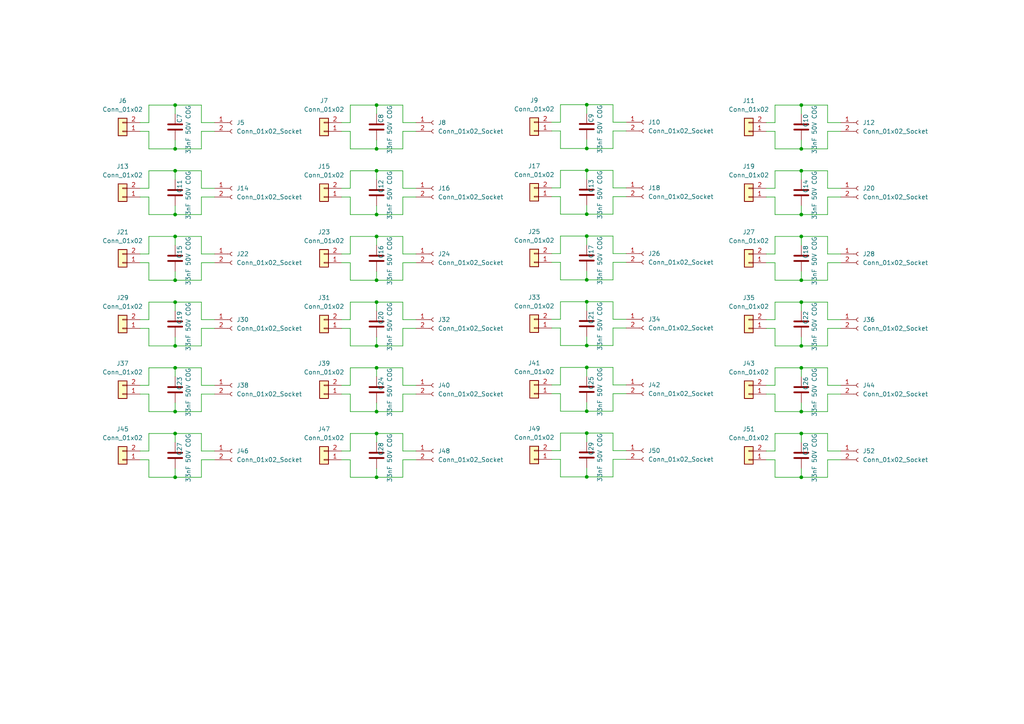
<source format=kicad_sch>
(kicad_sch (version 20250114) (generator "eeschema") (generator_version "9.0")
  (paper "A4")
  (lib_symbols
    (symbol "Connector:Conn_01x02_Socket" (pin_names (offset 1.016) (hide yes))
      (property "Reference" "J" (at 0 2.54 0))
      (property "Value" "Conn_01x02_Socket" (at 0 -5.08 0))
      (symbol "Conn_01x02_Socket_1_1"
        (polyline (pts (xy -1.27 0) (xy -0.508 0)) (stroke (width 0.1524)))
        (polyline (pts (xy -1.27 -2.54) (xy -0.508 -2.54)) (stroke (width 0.1524)))
        (arc (start 0 -0.508) (mid -0.5058 0) (end 0 0.508) (stroke (width 0.1524)))
        (arc (start 0 -3.048) (mid -0.5058 -2.54) (end 0 -2.032) (stroke (width 0.1524)))
        (pin passive line (at -5.08 0 0) (length 3.81) (name "Pin_1") (number "1"))
        (pin passive line (at -5.08 -2.54 0) (length 3.81) (name "Pin_2") (number "2"))
      )
    )
    (symbol "Connector_Generic:Conn_01x02" (pin_names (offset 1.016) (hide yes))
      (property "Reference" "J" (at 0 2.54 0))
      (property "Value" "Conn_01x02" (at 0 -5.08 0))
      (symbol "Conn_01x02_1_1"
        (rectangle (start -1.27 1.27) (end 1.27 -3.81) (stroke (width 0.254)) (fill (type background)))
        (rectangle (start -1.27 0.127) (end 0 -0.127) (stroke (width 0.1524)))
        (rectangle (start -1.27 -2.413) (end 0 -2.667) (stroke (width 0.1524)))
        (pin passive line (at -5.08 0 0) (length 3.81) (name "Pin_1") (number "1"))
        (pin passive line (at -5.08 -2.54 0) (length 3.81) (name "Pin_2") (number "2"))
      )
    )
    (symbol "Device:C" (pin_numbers (hide yes)) (pin_names (offset 0.254))
      (property "Reference" "C" (at 0.635 2.54 0))
      (property "Value" "C" (at 0.635 -2.54 0))
      (symbol "C_0_1"
        (polyline (pts (xy -2.032 0.762) (xy 2.032 0.762)) (stroke (width 0.508)))
        (polyline (pts (xy -2.032 -0.762) (xy 2.032 -0.762)) (stroke (width 0.508)))
      )
      (symbol "C_1_1"
        (pin passive line (at 0 3.81 270) (length 2.794) (name "~") (number "1"))
        (pin passive line (at 0 -3.81 90) (length 2.794) (name "~") (number "2"))
      )
    )
  )
  (junction (at 232.41 119.38))
  (junction (at 170.18 43.0699))
  (junction (at 109.22 100.33))
  (junction (at 109.22 125.73))
  (junction (at 109.22 81.28))
  (junction (at 50.8 81.28))
  (junction (at 232.41 100.33))
  (junction (at 50.8 119.38))
  (junction (at 50.8 87.63))
  (junction (at 170.18 68.4699))
  (junction (at 232.41 68.58))
  (junction (at 232.41 106.68))
  (junction (at 109.22 106.68))
  (junction (at 232.41 49.53))
  (junction (at 109.22 49.53))
  (junction (at 232.41 138.43))
  (junction (at 170.18 138.3199))
  (junction (at 109.22 62.23))
  (junction (at 170.18 30.3699))
  (junction (at 170.18 106.5699))
  (junction (at 109.22 43.18))
  (junction (at 232.41 62.23))
  (junction (at 232.41 43.18))
  (junction (at 109.22 87.63))
  (junction (at 232.41 81.28))
  (junction (at 232.41 30.48))
  (junction (at 50.8 49.53))
  (junction (at 50.8 43.18))
  (junction (at 170.18 81.1699))
  (junction (at 170.18 87.5199))
  (junction (at 170.18 100.2199))
  (junction (at 50.8 68.58))
  (junction (at 109.22 30.48))
  (junction (at 109.22 138.43))
  (junction (at 50.8 30.48))
  (junction (at 50.8 125.73))
  (junction (at 170.18 62.1199))
  (junction (at 109.22 119.38))
  (junction (at 170.18 119.2699))
  (junction (at 109.22 68.58))
  (junction (at 232.41 125.73))
  (junction (at 170.18 125.6199))
  (junction (at 170.18 49.4199))
  (junction (at 50.8 62.23))
  (junction (at 232.41 87.63))
  (junction (at 50.8 100.33))
  (junction (at 50.8 106.68))
  (junction (at 50.8 138.43))
  (wire (pts (xy 224.79 57.15) (xy 224.79 62.23)))
  (wire (pts (xy 43.18 125.73) (xy 50.8 125.73)))
  (wire (pts (xy 50.8 106.68) (xy 50.8 109.22)))
  (wire (pts (xy 40.64 35.56) (xy 43.18 35.56)))
  (wire (pts (xy 243.84 54.61) (xy 240.03 54.61)))
  (wire (pts (xy 62.23 73.66) (xy 58.42 73.66)))
  (wire (pts (xy 162.56 43.0699) (xy 170.18 43.0699)))
  (wire (pts (xy 101.6 100.33) (xy 109.22 100.33)))
  (wire (pts (xy 162.56 68.4699) (xy 170.18 68.4699)))
  (wire (pts (xy 224.79 76.2) (xy 224.79 81.28)))
  (wire (pts (xy 224.79 125.73) (xy 232.41 125.73)))
  (wire (pts (xy 177.8 111.6499) (xy 177.8 106.5699)))
  (wire (pts (xy 170.18 97.6799) (xy 170.18 100.2199)))
  (wire (pts (xy 232.41 97.79) (xy 232.41 100.33)))
  (wire (pts (xy 232.41 49.53) (xy 232.41 52.07)))
  (wire (pts (xy 222.25 92.71) (xy 224.79 92.71)))
  (wire (pts (xy 109.22 81.28) (xy 116.84 81.28)))
  (wire (pts (xy 99.06 130.81) (xy 101.6 130.81)))
  (wire (pts (xy 109.22 43.18) (xy 116.84 43.18)))
  (wire (pts (xy 50.8 78.74) (xy 50.8 81.28)))
  (wire (pts (xy 162.56 100.2199) (xy 170.18 100.2199)))
  (wire (pts (xy 109.22 30.48) (xy 109.22 33.02)))
  (wire (pts (xy 101.6 62.23) (xy 109.22 62.23)))
  (wire (pts (xy 243.84 130.81) (xy 240.03 130.81)))
  (wire (pts (xy 162.56 133.2399) (xy 162.56 138.3199)))
  (wire (pts (xy 162.56 106.5699) (xy 170.18 106.5699)))
  (wire (pts (xy 50.8 81.28) (xy 58.42 81.28)))
  (wire (pts (xy 109.22 135.89) (xy 109.22 138.43)))
  (wire (pts (xy 99.06 35.56) (xy 101.6 35.56)))
  (wire (pts (xy 160.02 76.0899) (xy 162.56 76.0899)))
  (wire (pts (xy 101.6 92.71) (xy 101.6 87.63)))
  (wire (pts (xy 43.18 49.53) (xy 50.8 49.53)))
  (wire (pts (xy 99.06 92.71) (xy 101.6 92.71)))
  (wire (pts (xy 162.56 125.6199) (xy 170.18 125.6199)))
  (wire (pts (xy 232.41 30.48) (xy 240.03 30.48)))
  (wire (pts (xy 58.42 43.18) (xy 58.42 38.1)))
  (wire (pts (xy 160.02 37.9899) (xy 162.56 37.9899)))
  (wire (pts (xy 177.8 130.6999) (xy 177.8 125.6199)))
  (wire (pts (xy 109.22 106.68) (xy 116.84 106.68)))
  (wire (pts (xy 101.6 68.58) (xy 109.22 68.58)))
  (wire (pts (xy 170.18 68.4699) (xy 170.18 71.0099)))
  (wire (pts (xy 109.22 62.23) (xy 116.84 62.23)))
  (wire (pts (xy 109.22 40.64) (xy 109.22 43.18)))
  (wire (pts (xy 232.41 40.64) (xy 232.41 43.18)))
  (wire (pts (xy 170.18 59.5799) (xy 170.18 62.1199)))
  (wire (pts (xy 58.42 35.56) (xy 58.42 30.48)))
  (wire (pts (xy 162.56 73.5499) (xy 162.56 68.4699)))
  (wire (pts (xy 50.8 87.63) (xy 58.42 87.63)))
  (wire (pts (xy 58.42 114.3) (xy 62.23 114.3)))
  (wire (pts (xy 222.25 133.35) (xy 224.79 133.35)))
  (wire (pts (xy 116.84 43.18) (xy 116.84 38.1)))
  (wire (pts (xy 170.18 125.6199) (xy 177.8 125.6199)))
  (wire (pts (xy 162.56 111.6499) (xy 162.56 106.5699)))
  (wire (pts (xy 101.6 81.28) (xy 109.22 81.28)))
  (wire (pts (xy 58.42 92.71) (xy 58.42 87.63)))
  (wire (pts (xy 170.18 135.7799) (xy 170.18 138.3199)))
  (wire (pts (xy 170.18 30.3699) (xy 170.18 32.9099)))
  (wire (pts (xy 224.79 49.53) (xy 232.41 49.53)))
  (wire (pts (xy 224.79 30.48) (xy 232.41 30.48)))
  (wire (pts (xy 58.42 76.2) (xy 62.23 76.2)))
  (wire (pts (xy 240.03 73.66) (xy 240.03 68.58)))
  (wire (pts (xy 222.25 95.25) (xy 224.79 95.25)))
  (wire (pts (xy 116.84 100.33) (xy 116.84 95.25)))
  (wire (pts (xy 162.56 76.0899) (xy 162.56 81.1699)))
  (wire (pts (xy 99.06 111.76) (xy 101.6 111.76)))
  (wire (pts (xy 50.8 59.69) (xy 50.8 62.23)))
  (wire (pts (xy 160.02 95.1399) (xy 162.56 95.1399)))
  (wire (pts (xy 116.84 114.3) (xy 120.65 114.3)))
  (wire (pts (xy 40.64 54.61) (xy 43.18 54.61)))
  (wire (pts (xy 232.41 119.38) (xy 240.03 119.38)))
  (wire (pts (xy 109.22 78.74) (xy 109.22 81.28)))
  (wire (pts (xy 43.18 43.18) (xy 50.8 43.18)))
  (wire (pts (xy 240.03 76.2) (xy 243.84 76.2)))
  (wire (pts (xy 101.6 38.1) (xy 101.6 43.18)))
  (wire (pts (xy 162.56 35.4499) (xy 162.56 30.3699)))
  (wire (pts (xy 232.41 68.58) (xy 240.03 68.58)))
  (wire (pts (xy 170.18 81.1699) (xy 177.8 81.1699)))
  (wire (pts (xy 50.8 119.38) (xy 58.42 119.38)))
  (wire (pts (xy 177.8 133.2399) (xy 181.61 133.2399)))
  (wire (pts (xy 177.8 81.1699) (xy 177.8 76.0899)))
  (wire (pts (xy 50.8 68.58) (xy 58.42 68.58)))
  (wire (pts (xy 170.18 87.5199) (xy 177.8 87.5199)))
  (wire (pts (xy 50.8 40.64) (xy 50.8 43.18)))
  (wire (pts (xy 109.22 59.69) (xy 109.22 62.23)))
  (wire (pts (xy 58.42 138.43) (xy 58.42 133.35)))
  (wire (pts (xy 177.8 119.2699) (xy 177.8 114.1899)))
  (wire (pts (xy 162.56 114.1899) (xy 162.56 119.2699)))
  (wire (pts (xy 43.18 57.15) (xy 43.18 62.23)))
  (wire (pts (xy 162.56 37.9899) (xy 162.56 43.0699)))
  (wire (pts (xy 224.79 130.81) (xy 224.79 125.73)))
  (wire (pts (xy 101.6 130.81) (xy 101.6 125.73)))
  (wire (pts (xy 50.8 125.73) (xy 50.8 128.27)))
  (wire (pts (xy 58.42 38.1) (xy 62.23 38.1)))
  (wire (pts (xy 177.8 54.4999) (xy 177.8 49.4199)))
  (wire (pts (xy 101.6 111.76) (xy 101.6 106.68)))
  (wire (pts (xy 240.03 95.25) (xy 243.84 95.25)))
  (wire (pts (xy 43.18 133.35) (xy 43.18 138.43)))
  (wire (pts (xy 243.84 111.76) (xy 240.03 111.76)))
  (wire (pts (xy 170.18 62.1199) (xy 177.8 62.1199)))
  (wire (pts (xy 40.64 92.71) (xy 43.18 92.71)))
  (wire (pts (xy 232.41 116.84) (xy 232.41 119.38)))
  (wire (pts (xy 101.6 30.48) (xy 109.22 30.48)))
  (wire (pts (xy 170.18 116.7299) (xy 170.18 119.2699)))
  (wire (pts (xy 99.06 54.61) (xy 101.6 54.61)))
  (wire (pts (xy 170.18 43.0699) (xy 177.8 43.0699)))
  (wire (pts (xy 170.18 125.6199) (xy 170.18 128.1599)))
  (wire (pts (xy 224.79 35.56) (xy 224.79 30.48)))
  (wire (pts (xy 116.84 81.28) (xy 116.84 76.2)))
  (wire (pts (xy 224.79 38.1) (xy 224.79 43.18)))
  (wire (pts (xy 160.02 73.5499) (xy 162.56 73.5499)))
  (wire (pts (xy 232.41 49.53) (xy 240.03 49.53)))
  (wire (pts (xy 101.6 54.61) (xy 101.6 49.53)))
  (wire (pts (xy 43.18 100.33) (xy 50.8 100.33)))
  (wire (pts (xy 116.84 92.71) (xy 116.84 87.63)))
  (wire (pts (xy 58.42 54.61) (xy 58.42 49.53)))
  (wire (pts (xy 109.22 49.53) (xy 116.84 49.53)))
  (wire (pts (xy 240.03 35.56) (xy 240.03 30.48)))
  (wire (pts (xy 50.8 30.48) (xy 50.8 33.02)))
  (wire (pts (xy 170.18 49.4199) (xy 177.8 49.4199)))
  (wire (pts (xy 240.03 119.38) (xy 240.03 114.3)))
  (wire (pts (xy 170.18 100.2199) (xy 177.8 100.2199)))
  (wire (pts (xy 181.61 111.6499) (xy 177.8 111.6499)))
  (wire (pts (xy 40.64 57.15) (xy 43.18 57.15)))
  (wire (pts (xy 177.8 43.0699) (xy 177.8 37.9899)))
  (wire (pts (xy 181.61 130.6999) (xy 177.8 130.6999)))
  (wire (pts (xy 224.79 111.76) (xy 224.79 106.68)))
  (wire (pts (xy 170.18 138.3199) (xy 177.8 138.3199)))
  (wire (pts (xy 170.18 106.5699) (xy 170.18 109.1099)))
  (wire (pts (xy 116.84 35.56) (xy 116.84 30.48)))
  (wire (pts (xy 43.18 38.1) (xy 43.18 43.18)))
  (wire (pts (xy 177.8 138.3199) (xy 177.8 133.2399)))
  (wire (pts (xy 162.56 81.1699) (xy 170.18 81.1699)))
  (wire (pts (xy 116.84 54.61) (xy 116.84 49.53)))
  (wire (pts (xy 120.65 73.66) (xy 116.84 73.66)))
  (wire (pts (xy 50.8 30.48) (xy 58.42 30.48)))
  (wire (pts (xy 40.64 114.3) (xy 43.18 114.3)))
  (wire (pts (xy 116.84 119.38) (xy 116.84 114.3)))
  (wire (pts (xy 181.61 35.4499) (xy 177.8 35.4499)))
  (wire (pts (xy 224.79 114.3) (xy 224.79 119.38)))
  (wire (pts (xy 58.42 57.15) (xy 62.23 57.15)))
  (wire (pts (xy 62.23 35.56) (xy 58.42 35.56)))
  (wire (pts (xy 162.56 92.5999) (xy 162.56 87.5199)))
  (wire (pts (xy 120.65 35.56) (xy 116.84 35.56)))
  (wire (pts (xy 109.22 119.38) (xy 116.84 119.38)))
  (wire (pts (xy 160.02 92.5999) (xy 162.56 92.5999)))
  (wire (pts (xy 101.6 95.25) (xy 101.6 100.33)))
  (wire (pts (xy 240.03 57.15) (xy 243.84 57.15)))
  (wire (pts (xy 40.64 130.81) (xy 43.18 130.81)))
  (wire (pts (xy 243.84 73.66) (xy 240.03 73.66)))
  (wire (pts (xy 232.41 138.43) (xy 240.03 138.43)))
  (wire (pts (xy 109.22 125.73) (xy 116.84 125.73)))
  (wire (pts (xy 43.18 92.71) (xy 43.18 87.63)))
  (wire (pts (xy 116.84 138.43) (xy 116.84 133.35)))
  (wire (pts (xy 177.8 35.4499) (xy 177.8 30.3699)))
  (wire (pts (xy 101.6 119.38) (xy 109.22 119.38)))
  (wire (pts (xy 160.02 57.0399) (xy 162.56 57.0399)))
  (wire (pts (xy 232.41 100.33) (xy 240.03 100.33)))
  (wire (pts (xy 58.42 100.33) (xy 58.42 95.25)))
  (wire (pts (xy 162.56 62.1199) (xy 170.18 62.1199)))
  (wire (pts (xy 177.8 76.0899) (xy 181.61 76.0899)))
  (wire (pts (xy 243.84 35.56) (xy 240.03 35.56)))
  (wire (pts (xy 101.6 57.15) (xy 101.6 62.23)))
  (wire (pts (xy 109.22 87.63) (xy 116.84 87.63)))
  (wire (pts (xy 50.8 116.84) (xy 50.8 119.38)))
  (wire (pts (xy 120.65 111.76) (xy 116.84 111.76)))
  (wire (pts (xy 101.6 35.56) (xy 101.6 30.48)))
  (wire (pts (xy 99.06 76.2) (xy 101.6 76.2)))
  (wire (pts (xy 43.18 138.43) (xy 50.8 138.43)))
  (wire (pts (xy 101.6 138.43) (xy 109.22 138.43)))
  (wire (pts (xy 232.41 78.74) (xy 232.41 81.28)))
  (wire (pts (xy 58.42 130.81) (xy 58.42 125.73)))
  (wire (pts (xy 224.79 81.28) (xy 232.41 81.28)))
  (wire (pts (xy 243.84 92.71) (xy 240.03 92.71)))
  (wire (pts (xy 160.02 114.1899) (xy 162.56 114.1899)))
  (wire (pts (xy 109.22 68.58) (xy 109.22 71.12)))
  (wire (pts (xy 177.8 95.1399) (xy 181.61 95.1399)))
  (wire (pts (xy 240.03 43.18) (xy 240.03 38.1)))
  (wire (pts (xy 43.18 130.81) (xy 43.18 125.73)))
  (wire (pts (xy 40.64 38.1) (xy 43.18 38.1)))
  (wire (pts (xy 50.8 125.73) (xy 58.42 125.73)))
  (wire (pts (xy 58.42 95.25) (xy 62.23 95.25)))
  (wire (pts (xy 50.8 49.53) (xy 50.8 52.07)))
  (wire (pts (xy 116.84 95.25) (xy 120.65 95.25)))
  (wire (pts (xy 50.8 106.68) (xy 58.42 106.68)))
  (wire (pts (xy 224.79 87.63) (xy 232.41 87.63)))
  (wire (pts (xy 232.41 87.63) (xy 232.41 90.17)))
  (wire (pts (xy 224.79 54.61) (xy 224.79 49.53)))
  (wire (pts (xy 50.8 97.79) (xy 50.8 100.33)))
  (wire (pts (xy 170.18 30.3699) (xy 177.8 30.3699)))
  (wire (pts (xy 116.84 38.1) (xy 120.65 38.1)))
  (wire (pts (xy 232.41 59.69) (xy 232.41 62.23)))
  (wire (pts (xy 162.56 49.4199) (xy 170.18 49.4199)))
  (wire (pts (xy 222.25 54.61) (xy 224.79 54.61)))
  (wire (pts (xy 58.42 111.76) (xy 58.42 106.68)))
  (wire (pts (xy 50.8 43.18) (xy 58.42 43.18)))
  (wire (pts (xy 162.56 138.3199) (xy 170.18 138.3199)))
  (wire (pts (xy 224.79 106.68) (xy 232.41 106.68)))
  (wire (pts (xy 50.8 87.63) (xy 50.8 90.17)))
  (wire (pts (xy 109.22 68.58) (xy 116.84 68.58)))
  (wire (pts (xy 99.06 114.3) (xy 101.6 114.3)))
  (wire (pts (xy 109.22 116.84) (xy 109.22 119.38)))
  (wire (pts (xy 99.06 73.66) (xy 101.6 73.66)))
  (wire (pts (xy 224.79 133.35) (xy 224.79 138.43)))
  (wire (pts (xy 240.03 62.23) (xy 240.03 57.15)))
  (wire (pts (xy 224.79 95.25) (xy 224.79 100.33)))
  (wire (pts (xy 177.8 57.0399) (xy 181.61 57.0399)))
  (wire (pts (xy 99.06 95.25) (xy 101.6 95.25)))
  (wire (pts (xy 40.64 133.35) (xy 43.18 133.35)))
  (wire (pts (xy 240.03 133.35) (xy 243.84 133.35)))
  (wire (pts (xy 240.03 92.71) (xy 240.03 87.63)))
  (wire (pts (xy 160.02 35.4499) (xy 162.56 35.4499)))
  (wire (pts (xy 50.8 49.53) (xy 58.42 49.53)))
  (wire (pts (xy 40.64 76.2) (xy 43.18 76.2)))
  (wire (pts (xy 160.02 133.2399) (xy 162.56 133.2399)))
  (wire (pts (xy 222.25 35.56) (xy 224.79 35.56)))
  (wire (pts (xy 43.18 30.48) (xy 50.8 30.48)))
  (wire (pts (xy 232.41 81.28) (xy 240.03 81.28)))
  (wire (pts (xy 50.8 62.23) (xy 58.42 62.23)))
  (wire (pts (xy 240.03 81.28) (xy 240.03 76.2)))
  (wire (pts (xy 170.18 78.6299) (xy 170.18 81.1699)))
  (wire (pts (xy 101.6 49.53) (xy 109.22 49.53)))
  (wire (pts (xy 224.79 92.71) (xy 224.79 87.63)))
  (wire (pts (xy 116.84 111.76) (xy 116.84 106.68)))
  (wire (pts (xy 162.56 87.5199) (xy 170.18 87.5199)))
  (wire (pts (xy 224.79 62.23) (xy 232.41 62.23)))
  (wire (pts (xy 101.6 114.3) (xy 101.6 119.38)))
  (wire (pts (xy 162.56 119.2699) (xy 170.18 119.2699)))
  (wire (pts (xy 101.6 76.2) (xy 101.6 81.28)))
  (wire (pts (xy 232.41 62.23) (xy 240.03 62.23)))
  (wire (pts (xy 222.25 73.66) (xy 224.79 73.66)))
  (wire (pts (xy 109.22 30.48) (xy 116.84 30.48)))
  (wire (pts (xy 43.18 68.58) (xy 50.8 68.58)))
  (wire (pts (xy 62.23 130.81) (xy 58.42 130.81)))
  (wire (pts (xy 162.56 57.0399) (xy 162.56 62.1199)))
  (wire (pts (xy 222.25 57.15) (xy 224.79 57.15)))
  (wire (pts (xy 62.23 111.76) (xy 58.42 111.76)))
  (wire (pts (xy 99.06 38.1) (xy 101.6 38.1)))
  (wire (pts (xy 109.22 106.68) (xy 109.22 109.22)))
  (wire (pts (xy 120.65 130.81) (xy 116.84 130.81)))
  (wire (pts (xy 232.41 106.68) (xy 240.03 106.68)))
  (wire (pts (xy 58.42 73.66) (xy 58.42 68.58)))
  (wire (pts (xy 101.6 73.66) (xy 101.6 68.58)))
  (wire (pts (xy 101.6 125.73) (xy 109.22 125.73)))
  (wire (pts (xy 224.79 43.18) (xy 232.41 43.18)))
  (wire (pts (xy 58.42 133.35) (xy 62.23 133.35)))
  (wire (pts (xy 120.65 92.71) (xy 116.84 92.71)))
  (wire (pts (xy 240.03 38.1) (xy 243.84 38.1)))
  (wire (pts (xy 50.8 100.33) (xy 58.42 100.33)))
  (wire (pts (xy 170.18 49.4199) (xy 170.18 51.9599)))
  (wire (pts (xy 43.18 87.63) (xy 50.8 87.63)))
  (wire (pts (xy 170.18 106.5699) (xy 177.8 106.5699)))
  (wire (pts (xy 40.64 95.25) (xy 43.18 95.25)))
  (wire (pts (xy 116.84 57.15) (xy 120.65 57.15)))
  (wire (pts (xy 240.03 54.61) (xy 240.03 49.53)))
  (wire (pts (xy 116.84 133.35) (xy 120.65 133.35)))
  (wire (pts (xy 43.18 111.76) (xy 43.18 106.68)))
  (wire (pts (xy 116.84 62.23) (xy 116.84 57.15)))
  (wire (pts (xy 116.84 130.81) (xy 116.84 125.73)))
  (wire (pts (xy 116.84 73.66) (xy 116.84 68.58)))
  (wire (pts (xy 177.8 100.2199) (xy 177.8 95.1399)))
  (wire (pts (xy 62.23 92.71) (xy 58.42 92.71)))
  (wire (pts (xy 43.18 95.25) (xy 43.18 100.33)))
  (wire (pts (xy 181.61 73.5499) (xy 177.8 73.5499)))
  (wire (pts (xy 99.06 57.15) (xy 101.6 57.15)))
  (wire (pts (xy 109.22 97.79) (xy 109.22 100.33)))
  (wire (pts (xy 222.25 76.2) (xy 224.79 76.2)))
  (wire (pts (xy 109.22 138.43) (xy 116.84 138.43)))
  (wire (pts (xy 160.02 111.6499) (xy 162.56 111.6499)))
  (wire (pts (xy 58.42 119.38) (xy 58.42 114.3)))
  (wire (pts (xy 160.02 130.6999) (xy 162.56 130.6999)))
  (wire (pts (xy 58.42 81.28) (xy 58.42 76.2)))
  (wire (pts (xy 109.22 125.73) (xy 109.22 128.27)))
  (wire (pts (xy 177.8 73.5499) (xy 177.8 68.4699)))
  (wire (pts (xy 224.79 68.58) (xy 232.41 68.58)))
  (wire (pts (xy 232.41 43.18) (xy 240.03 43.18)))
  (wire (pts (xy 43.18 106.68) (xy 50.8 106.68)))
  (wire (pts (xy 50.8 138.43) (xy 58.42 138.43)))
  (wire (pts (xy 160.02 54.4999) (xy 162.56 54.4999)))
  (wire (pts (xy 43.18 62.23) (xy 50.8 62.23)))
  (wire (pts (xy 62.23 54.61) (xy 58.42 54.61)))
  (wire (pts (xy 222.25 130.81) (xy 224.79 130.81)))
  (wire (pts (xy 181.61 54.4999) (xy 177.8 54.4999)))
  (wire (pts (xy 43.18 73.66) (xy 43.18 68.58)))
  (wire (pts (xy 170.18 40.5299) (xy 170.18 43.0699)))
  (wire (pts (xy 232.41 106.68) (xy 232.41 109.22)))
  (wire (pts (xy 162.56 130.6999) (xy 162.56 125.6199)))
  (wire (pts (xy 162.56 30.3699) (xy 170.18 30.3699)))
  (wire (pts (xy 40.64 73.66) (xy 43.18 73.66)))
  (wire (pts (xy 109.22 100.33) (xy 116.84 100.33)))
  (wire (pts (xy 43.18 54.61) (xy 43.18 49.53)))
  (wire (pts (xy 240.03 130.81) (xy 240.03 125.73)))
  (wire (pts (xy 224.79 100.33) (xy 232.41 100.33)))
  (wire (pts (xy 170.18 119.2699) (xy 177.8 119.2699)))
  (wire (pts (xy 120.65 54.61) (xy 116.84 54.61)))
  (wire (pts (xy 240.03 100.33) (xy 240.03 95.25)))
  (wire (pts (xy 58.42 62.23) (xy 58.42 57.15)))
  (wire (pts (xy 99.06 133.35) (xy 101.6 133.35)))
  (wire (pts (xy 43.18 76.2) (xy 43.18 81.28)))
  (wire (pts (xy 162.56 95.1399) (xy 162.56 100.2199)))
  (wire (pts (xy 40.64 111.76) (xy 43.18 111.76)))
  (wire (pts (xy 43.18 114.3) (xy 43.18 119.38)))
  (wire (pts (xy 224.79 119.38) (xy 232.41 119.38)))
  (wire (pts (xy 101.6 133.35) (xy 101.6 138.43)))
  (wire (pts (xy 162.56 54.4999) (xy 162.56 49.4199)))
  (wire (pts (xy 240.03 138.43) (xy 240.03 133.35)))
  (wire (pts (xy 177.8 114.1899) (xy 181.61 114.1899)))
  (wire (pts (xy 101.6 43.18) (xy 109.22 43.18)))
  (wire (pts (xy 43.18 35.56) (xy 43.18 30.48)))
  (wire (pts (xy 177.8 37.9899) (xy 181.61 37.9899)))
  (wire (pts (xy 43.18 119.38) (xy 50.8 119.38)))
  (wire (pts (xy 109.22 49.53) (xy 109.22 52.07)))
  (wire (pts (xy 101.6 87.63) (xy 109.22 87.63)))
  (wire (pts (xy 232.41 125.73) (xy 232.41 128.27)))
  (wire (pts (xy 222.25 111.76) (xy 224.79 111.76)))
  (wire (pts (xy 222.25 114.3) (xy 224.79 114.3)))
  (wire (pts (xy 232.41 30.48) (xy 232.41 33.02)))
  (wire (pts (xy 224.79 138.43) (xy 232.41 138.43)))
  (wire (pts (xy 116.84 76.2) (xy 120.65 76.2)))
  (wire (pts (xy 109.22 87.63) (xy 109.22 90.17)))
  (wire (pts (xy 232.41 68.58) (xy 232.41 71.12)))
  (wire (pts (xy 181.61 92.5999) (xy 177.8 92.5999)))
  (wire (pts (xy 50.8 68.58) (xy 50.8 71.12)))
  (wire (pts (xy 232.41 125.73) (xy 240.03 125.73)))
  (wire (pts (xy 43.18 81.28) (xy 50.8 81.28)))
  (wire (pts (xy 170.18 68.4699) (xy 177.8 68.4699)))
  (wire (pts (xy 101.6 106.68) (xy 109.22 106.68)))
  (wire (pts (xy 224.79 73.66) (xy 224.79 68.58)))
  (wire (pts (xy 177.8 62.1199) (xy 177.8 57.0399)))
  (wire (pts (xy 240.03 111.76) (xy 240.03 106.68)))
  (wire (pts (xy 240.03 114.3) (xy 243.84 114.3)))
  (wire (pts (xy 232.41 87.63) (xy 240.03 87.63)))
  (wire (pts (xy 177.8 92.5999) (xy 177.8 87.5199)))
  (wire (pts (xy 222.25 38.1) (xy 224.79 38.1)))
  (wire (pts (xy 50.8 135.89) (xy 50.8 138.43)))
  (wire (pts (xy 170.18 87.5199) (xy 170.18 90.0599)))
  (wire (pts (xy 232.41 135.89) (xy 232.41 138.43)))
  (symbol (lib_id "Connector:Conn_01x02_Socket") (at 125.73 73.66 0) (unit 1)
    (property "Reference" "J24" (at 127 73.6599 0) (effects (justify left)))
    (property "Value" "Conn_01x02_Socket" (at 127 76.1999 0) (effects (justify left)))
    (property "Footprint" "Connector_PinHeader_1.00mm:PinHeader_2x01_P1.00mm_Vertical" (effects (hide yes)))
    (property "Description" "Generic connector, single row, 01x02, script generated" (effects (hide yes)))
  )
  (symbol (lib_id "Connector:Conn_01x02_Socket") (at 186.69 35.4499 0) (unit 1)
    (property "Reference" "J10" (at 187.96 35.4498 0) (effects (justify left)))
    (property "Value" "Conn_01x02_Socket" (at 187.96 37.9898 0) (effects (justify left)))
    (property "Footprint" "Connector_PinHeader_1.00mm:PinHeader_2x01_P1.00mm_Vertical" (effects (hide yes)))
    (property "Description" "Generic connector, single row, 01x02, script generated" (effects (hide yes)))
  )
  (symbol (lib_id "Connector:Conn_01x02_Socket") (at 186.69 92.5999 0) (unit 1)
    (property "Reference" "J34" (at 187.96 92.5998 0) (effects (justify left)))
    (property "Value" "Conn_01x02_Socket" (at 187.96 95.1398 0) (effects (justify left)))
    (property "Footprint" "Connector_PinHeader_1.00mm:PinHeader_2x01_P1.00mm_Vertical" (effects (hide yes)))
    (property "Description" "Generic connector, single row, 01x02, script generated" (effects (hide yes)))
  )
  (symbol (lib_id "Connector_Generic:Conn_01x02") (at 217.17 114.3 180) (unit 1)
    (property "Reference" "J43" (at 217.17 105.41 0))
    (property "Value" "Conn_01x02" (at 217.17 107.95 0))
    (property "Footprint" "Pixels-dice:Coil_Pins" (effects (hide yes)))
    (property "Description" "Generic connector, single row, 01x02, script generated (kicad-library-utils/schlib/autogen/connector/)" (effects (hide yes)))
  )
  (symbol (lib_id "Connector:Conn_01x02_Socket") (at 67.31 111.76 0) (unit 1)
    (property "Reference" "J38" (at 68.58 111.7599 0) (effects (justify left)))
    (property "Value" "Conn_01x02_Socket" (at 68.58 114.2999 0) (effects (justify left)))
    (property "Footprint" "Connector_PinHeader_1.00mm:PinHeader_2x01_P1.00mm_Vertical" (effects (hide yes)))
    (property "Description" "Generic connector, single row, 01x02, script generated" (effects (hide yes)))
  )
  (symbol (lib_id "Device:C") (at 109.22 36.83 0) (mirror x) (unit 1)
    (property "Reference" "C8" (at 110.49 33.02 90) (effects (justify left)))
    (property "Value" "33nF 50V COG" (at 113.03 30.48 90) (effects (justify left)))
    (property "Footprint" "Capacitor_SMD:C_1206_3216Metric" (effects (hide yes)))
    (property "Part Number" "GRM3195C1H333JA01J" (effects (hide yes)))
    (property "Manufacturer" "Murata" (effects (hide yes)))
  )
  (symbol (lib_id "Device:C") (at 170.18 55.7699 0) (mirror x) (unit 1)
    (property "Reference" "C13" (at 171.45 51.9599 90) (effects (justify left)))
    (property "Value" "33nF 50V COG" (at 173.99 49.4199 90) (effects (justify left)))
    (property "Footprint" "Capacitor_SMD:C_1206_3216Metric" (effects (hide yes)))
    (property "Part Number" "GRM3195C1H333JA01J" (effects (hide yes)))
    (property "Manufacturer" "Murata" (effects (hide yes)))
  )
  (symbol (lib_id "Connector_Generic:Conn_01x02") (at 35.56 95.25 180) (unit 1)
    (property "Reference" "J29" (at 35.56 86.36 0))
    (property "Value" "Conn_01x02" (at 35.56 88.9 0))
    (property "Footprint" "Pixels-dice:Coil_Pins" (effects (hide yes)))
    (property "Description" "Generic connector, single row, 01x02, script generated (kicad-library-utils/schlib/autogen/connector/)" (effects (hide yes)))
  )
  (symbol (lib_id "Connector:Conn_01x02_Socket") (at 67.31 35.56 0) (unit 1)
    (property "Reference" "J5" (at 68.58 35.5599 0) (effects (justify left)))
    (property "Value" "Conn_01x02_Socket" (at 68.58 38.0999 0) (effects (justify left)))
    (property "Footprint" "Connector_PinHeader_1.00mm:PinHeader_2x01_P1.00mm_Vertical" (effects (hide yes)))
    (property "Description" "Generic connector, single row, 01x02, script generated" (effects (hide yes)))
  )
  (symbol (lib_id "Device:C") (at 232.41 132.08 0) (mirror x) (unit 1)
    (property "Reference" "C30" (at 233.68 128.27 90) (effects (justify left)))
    (property "Value" "33nF 50V COG" (at 236.22 125.73 90) (effects (justify left)))
    (property "Footprint" "Capacitor_SMD:C_1206_3216Metric" (effects (hide yes)))
    (property "Part Number" "GRM3195C1H333JA01J" (effects (hide yes)))
    (property "Manufacturer" "Murata" (effects (hide yes)))
  )
  (symbol (lib_id "Connector:Conn_01x02_Socket") (at 186.69 54.4999 0) (unit 1)
    (property "Reference" "J18" (at 187.96 54.4998 0) (effects (justify left)))
    (property "Value" "Conn_01x02_Socket" (at 187.96 57.0398 0) (effects (justify left)))
    (property "Footprint" "Connector_PinHeader_1.00mm:PinHeader_2x01_P1.00mm_Vertical" (effects (hide yes)))
    (property "Description" "Generic connector, single row, 01x02, script generated" (effects (hide yes)))
  )
  (symbol (lib_id "Connector:Conn_01x02_Socket") (at 67.31 130.81 0) (unit 1)
    (property "Reference" "J46" (at 68.58 130.8099 0) (effects (justify left)))
    (property "Value" "Conn_01x02_Socket" (at 68.58 133.3499 0) (effects (justify left)))
    (property "Footprint" "Connector_PinHeader_1.00mm:PinHeader_2x01_P1.00mm_Vertical" (effects (hide yes)))
    (property "Description" "Generic connector, single row, 01x02, script generated" (effects (hide yes)))
  )
  (symbol (lib_id "Connector_Generic:Conn_01x02") (at 35.56 38.1 180) (unit 1)
    (property "Reference" "J6" (at 35.56 29.21 0))
    (property "Value" "Conn_01x02" (at 35.56 31.75 0))
    (property "Footprint" "Pixels-dice:Coil_Pins" (effects (hide yes)))
    (property "Description" "Generic connector, single row, 01x02, script generated (kicad-library-utils/schlib/autogen/connector/)" (effects (hide yes)))
  )
  (symbol (lib_id "Device:C") (at 170.18 74.8199 0) (mirror x) (unit 1)
    (property "Reference" "C17" (at 171.45 71.0099 90) (effects (justify left)))
    (property "Value" "33nF 50V COG" (at 173.99 68.4699 90) (effects (justify left)))
    (property "Footprint" "Capacitor_SMD:C_1206_3216Metric" (effects (hide yes)))
    (property "Part Number" "GRM3195C1H333JA01J" (effects (hide yes)))
    (property "Manufacturer" "Murata" (effects (hide yes)))
  )
  (symbol (lib_id "Connector_Generic:Conn_01x02") (at 217.17 95.25 180) (unit 1)
    (property "Reference" "J35" (at 217.17 86.36 0))
    (property "Value" "Conn_01x02" (at 217.17 88.9 0))
    (property "Footprint" "Pixels-dice:Coil_Pins" (effects (hide yes)))
    (property "Description" "Generic connector, single row, 01x02, script generated (kicad-library-utils/schlib/autogen/connector/)" (effects (hide yes)))
  )
  (symbol (lib_id "Connector_Generic:Conn_01x02") (at 93.98 38.1 180) (unit 1)
    (property "Reference" "J7" (at 93.98 29.21 0))
    (property "Value" "Conn_01x02" (at 93.98 31.75 0))
    (property "Footprint" "Pixels-dice:Coil_Pins" (effects (hide yes)))
    (property "Description" "Generic connector, single row, 01x02, script generated (kicad-library-utils/schlib/autogen/connector/)" (effects (hide yes)))
  )
  (symbol (lib_id "Connector:Conn_01x02_Socket") (at 125.73 54.61 0) (unit 1)
    (property "Reference" "J16" (at 127 54.6099 0) (effects (justify left)))
    (property "Value" "Conn_01x02_Socket" (at 127 57.1499 0) (effects (justify left)))
    (property "Footprint" "Connector_PinHeader_1.00mm:PinHeader_2x01_P1.00mm_Vertical" (effects (hide yes)))
    (property "Description" "Generic connector, single row, 01x02, script generated" (effects (hide yes)))
  )
  (symbol (lib_id "Connector:Conn_01x02_Socket") (at 67.31 92.71 0) (unit 1)
    (property "Reference" "J30" (at 68.58 92.7099 0) (effects (justify left)))
    (property "Value" "Conn_01x02_Socket" (at 68.58 95.2499 0) (effects (justify left)))
    (property "Footprint" "Connector_PinHeader_1.00mm:PinHeader_2x01_P1.00mm_Vertical" (effects (hide yes)))
    (property "Description" "Generic connector, single row, 01x02, script generated" (effects (hide yes)))
  )
  (symbol (lib_id "Connector_Generic:Conn_01x02") (at 154.94 57.0399 180) (unit 1)
    (property "Reference" "J17" (at 154.94 48.1499 0))
    (property "Value" "Conn_01x02" (at 154.94 50.6899 0))
    (property "Footprint" "Pixels-dice:Coil_Pins" (effects (hide yes)))
    (property "Description" "Generic connector, single row, 01x02, script generated (kicad-library-utils/schlib/autogen/connector/)" (effects (hide yes)))
  )
  (symbol (lib_id "Connector:Conn_01x02_Socket") (at 67.31 73.66 0) (unit 1)
    (property "Reference" "J22" (at 68.58 73.6599 0) (effects (justify left)))
    (property "Value" "Conn_01x02_Socket" (at 68.58 76.1999 0) (effects (justify left)))
    (property "Footprint" "Connector_PinHeader_1.00mm:PinHeader_2x01_P1.00mm_Vertical" (effects (hide yes)))
    (property "Description" "Generic connector, single row, 01x02, script generated" (effects (hide yes)))
  )
  (symbol (lib_id "Connector_Generic:Conn_01x02") (at 35.56 133.35 180) (unit 1)
    (property "Reference" "J45" (at 35.56 124.46 0))
    (property "Value" "Conn_01x02" (at 35.56 127 0))
    (property "Footprint" "Pixels-dice:Coil_Pins" (effects (hide yes)))
    (property "Description" "Generic connector, single row, 01x02, script generated (kicad-library-utils/schlib/autogen/connector/)" (effects (hide yes)))
  )
  (symbol (lib_id "Device:C") (at 109.22 74.93 0) (mirror x) (unit 1)
    (property "Reference" "C16" (at 110.49 71.12 90) (effects (justify left)))
    (property "Value" "33nF 50V COG" (at 113.03 68.58 90) (effects (justify left)))
    (property "Footprint" "Capacitor_SMD:C_1206_3216Metric" (effects (hide yes)))
    (property "Part Number" "GRM3195C1H333JA01J" (effects (hide yes)))
    (property "Manufacturer" "Murata" (effects (hide yes)))
  )
  (symbol (lib_id "Connector_Generic:Conn_01x02") (at 35.56 114.3 180) (unit 1)
    (property "Reference" "J37" (at 35.56 105.41 0))
    (property "Value" "Conn_01x02" (at 35.56 107.95 0))
    (property "Footprint" "Pixels-dice:Coil_Pins" (effects (hide yes)))
    (property "Description" "Generic connector, single row, 01x02, script generated (kicad-library-utils/schlib/autogen/connector/)" (effects (hide yes)))
  )
  (symbol (lib_id "Device:C") (at 170.18 93.8699 0) (mirror x) (unit 1)
    (property "Reference" "C21" (at 171.45 90.0599 90) (effects (justify left)))
    (property "Value" "33nF 50V COG" (at 173.99 87.5199 90) (effects (justify left)))
    (property "Footprint" "Capacitor_SMD:C_1206_3216Metric" (effects (hide yes)))
    (property "Part Number" "GRM3195C1H333JA01J" (effects (hide yes)))
    (property "Manufacturer" "Murata" (effects (hide yes)))
  )
  (symbol (lib_id "Connector:Conn_01x02_Socket") (at 248.92 73.66 0) (unit 1)
    (property "Reference" "J28" (at 250.19 73.6599 0) (effects (justify left)))
    (property "Value" "Conn_01x02_Socket" (at 250.19 76.1999 0) (effects (justify left)))
    (property "Footprint" "Connector_PinHeader_1.00mm:PinHeader_2x01_P1.00mm_Vertical" (effects (hide yes)))
    (property "Description" "Generic connector, single row, 01x02, script generated" (effects (hide yes)))
  )
  (symbol (lib_id "Connector:Conn_01x02_Socket") (at 67.31 54.61 0) (unit 1)
    (property "Reference" "J14" (at 68.58 54.6099 0) (effects (justify left)))
    (property "Value" "Conn_01x02_Socket" (at 68.58 57.1499 0) (effects (justify left)))
    (property "Footprint" "Connector_PinHeader_1.00mm:PinHeader_2x01_P1.00mm_Vertical" (effects (hide yes)))
    (property "Description" "Generic connector, single row, 01x02, script generated" (effects (hide yes)))
  )
  (symbol (lib_id "Connector_Generic:Conn_01x02") (at 93.98 76.2 180) (unit 1)
    (property "Reference" "J23" (at 93.98 67.31 0))
    (property "Value" "Conn_01x02" (at 93.98 69.85 0))
    (property "Footprint" "Pixels-dice:Coil_Pins" (effects (hide yes)))
    (property "Description" "Generic connector, single row, 01x02, script generated (kicad-library-utils/schlib/autogen/connector/)" (effects (hide yes)))
  )
  (symbol (lib_id "Connector_Generic:Conn_01x02") (at 93.98 114.3 180) (unit 1)
    (property "Reference" "J39" (at 93.98 105.41 0))
    (property "Value" "Conn_01x02" (at 93.98 107.95 0))
    (property "Footprint" "Pixels-dice:Coil_Pins" (effects (hide yes)))
    (property "Description" "Generic connector, single row, 01x02, script generated (kicad-library-utils/schlib/autogen/connector/)" (effects (hide yes)))
  )
  (symbol (lib_id "Device:C") (at 232.41 74.93 0) (mirror x) (unit 1)
    (property "Reference" "C18" (at 233.68 71.12 90) (effects (justify left)))
    (property "Value" "33nF 50V COG" (at 236.22 68.58 90) (effects (justify left)))
    (property "Footprint" "Capacitor_SMD:C_1206_3216Metric" (effects (hide yes)))
    (property "Part Number" "GRM3195C1H333JA01J" (effects (hide yes)))
    (property "Manufacturer" "Murata" (effects (hide yes)))
  )
  (symbol (lib_id "Connector_Generic:Conn_01x02") (at 154.94 76.0899 180) (unit 1)
    (property "Reference" "J25" (at 154.94 67.1999 0))
    (property "Value" "Conn_01x02" (at 154.94 69.7399 0))
    (property "Footprint" "Pixels-dice:Coil_Pins" (effects (hide yes)))
    (property "Description" "Generic connector, single row, 01x02, script generated (kicad-library-utils/schlib/autogen/connector/)" (effects (hide yes)))
  )
  (symbol (lib_id "Device:C") (at 109.22 113.03 0) (mirror x) (unit 1)
    (property "Reference" "C24" (at 110.49 109.22 90) (effects (justify left)))
    (property "Value" "33nF 50V COG" (at 113.03 106.68 90) (effects (justify left)))
    (property "Footprint" "Capacitor_SMD:C_1206_3216Metric" (effects (hide yes)))
    (property "Part Number" "GRM3195C1H333JA01J" (effects (hide yes)))
    (property "Manufacturer" "Murata" (effects (hide yes)))
  )
  (symbol (lib_id "Device:C") (at 50.8 93.98 0) (mirror x) (unit 1)
    (property "Reference" "C19" (at 52.07 90.17 90) (effects (justify left)))
    (property "Value" "33nF 50V COG" (at 54.61 87.63 90) (effects (justify left)))
    (property "Footprint" "Capacitor_SMD:C_1206_3216Metric" (effects (hide yes)))
    (property "Part Number" "GRM3195C1H333JA01J" (effects (hide yes)))
    (property "Manufacturer" "Murata" (effects (hide yes)))
  )
  (symbol (lib_id "Connector_Generic:Conn_01x02") (at 93.98 133.35 180) (unit 1)
    (property "Reference" "J47" (at 93.98 124.46 0))
    (property "Value" "Conn_01x02" (at 93.98 127 0))
    (property "Footprint" "Pixels-dice:Coil_Pins" (effects (hide yes)))
    (property "Description" "Generic connector, single row, 01x02, script generated (kicad-library-utils/schlib/autogen/connector/)" (effects (hide yes)))
  )
  (symbol (lib_id "Device:C") (at 232.41 113.03 0) (mirror x) (unit 1)
    (property "Reference" "C26" (at 233.68 109.22 90) (effects (justify left)))
    (property "Value" "33nF 50V COG" (at 236.22 106.68 90) (effects (justify left)))
    (property "Footprint" "Capacitor_SMD:C_1206_3216Metric" (effects (hide yes)))
    (property "Part Number" "GRM3195C1H333JA01J" (effects (hide yes)))
    (property "Manufacturer" "Murata" (effects (hide yes)))
  )
  (symbol (lib_id "Device:C") (at 232.41 93.98 0) (mirror x) (unit 1)
    (property "Reference" "C22" (at 233.68 90.17 90) (effects (justify left)))
    (property "Value" "33nF 50V COG" (at 236.22 87.63 90) (effects (justify left)))
    (property "Footprint" "Capacitor_SMD:C_1206_3216Metric" (effects (hide yes)))
    (property "Part Number" "GRM3195C1H333JA01J" (effects (hide yes)))
    (property "Manufacturer" "Murata" (effects (hide yes)))
  )
  (symbol (lib_id "Connector:Conn_01x02_Socket") (at 125.73 92.71 0) (unit 1)
    (property "Reference" "J32" (at 127 92.7099 0) (effects (justify left)))
    (property "Value" "Conn_01x02_Socket" (at 127 95.2499 0) (effects (justify left)))
    (property "Footprint" "Connector_PinHeader_1.00mm:PinHeader_2x01_P1.00mm_Vertical" (effects (hide yes)))
    (property "Description" "Generic connector, single row, 01x02, script generated" (effects (hide yes)))
  )
  (symbol (lib_id "Device:C") (at 50.8 74.93 0) (mirror x) (unit 1)
    (property "Reference" "C15" (at 52.07 71.12 90) (effects (justify left)))
    (property "Value" "33nF 50V COG" (at 54.61 68.58 90) (effects (justify left)))
    (property "Footprint" "Capacitor_SMD:C_1206_3216Metric" (effects (hide yes)))
    (property "Part Number" "GRM3195C1H333JA01J" (effects (hide yes)))
    (property "Manufacturer" "Murata" (effects (hide yes)))
  )
  (symbol (lib_id "Device:C") (at 50.8 113.03 0) (mirror x) (unit 1)
    (property "Reference" "C23" (at 52.07 109.22 90) (effects (justify left)))
    (property "Value" "33nF 50V COG" (at 54.61 106.68 90) (effects (justify left)))
    (property "Footprint" "Capacitor_SMD:C_1206_3216Metric" (effects (hide yes)))
    (property "Part Number" "GRM3195C1H333JA01J" (effects (hide yes)))
    (property "Manufacturer" "Murata" (effects (hide yes)))
  )
  (symbol (lib_id "Connector_Generic:Conn_01x02") (at 35.56 57.15 180) (unit 1)
    (property "Reference" "J13" (at 35.56 48.26 0))
    (property "Value" "Conn_01x02" (at 35.56 50.8 0))
    (property "Footprint" "Pixels-dice:Coil_Pins" (effects (hide yes)))
    (property "Description" "Generic connector, single row, 01x02, script generated (kicad-library-utils/schlib/autogen/connector/)" (effects (hide yes)))
  )
  (symbol (lib_id "Device:C") (at 50.8 36.83 0) (mirror x) (unit 1)
    (property "Reference" "C7" (at 52.07 33.02 90) (effects (justify left)))
    (property "Value" "33nF 50V COG" (at 54.61 30.48 90) (effects (justify left)))
    (property "Footprint" "Capacitor_SMD:C_1206_3216Metric" (effects (hide yes)))
    (property "Part Number" "GRM3195C1H333JA01J" (effects (hide yes)))
    (property "Manufacturer" "Murata" (effects (hide yes)))
  )
  (symbol (lib_id "Device:C") (at 232.41 36.83 0) (mirror x) (unit 1)
    (property "Reference" "C10" (at 233.68 33.02 90) (effects (justify left)))
    (property "Value" "33nF 50V COG" (at 236.22 30.48 90) (effects (justify left)))
    (property "Footprint" "Capacitor_SMD:C_1206_3216Metric" (effects (hide yes)))
    (property "Part Number" "GRM3195C1H333JA01J" (effects (hide yes)))
    (property "Manufacturer" "Murata" (effects (hide yes)))
  )
  (symbol (lib_id "Connector_Generic:Conn_01x02") (at 217.17 57.15 180) (unit 1)
    (property "Reference" "J19" (at 217.17 48.26 0))
    (property "Value" "Conn_01x02" (at 217.17 50.8 0))
    (property "Footprint" "Pixels-dice:Coil_Pins" (effects (hide yes)))
    (property "Description" "Generic connector, single row, 01x02, script generated (kicad-library-utils/schlib/autogen/connector/)" (effects (hide yes)))
  )
  (symbol (lib_id "Connector:Conn_01x02_Socket") (at 248.92 111.76 0) (unit 1)
    (property "Reference" "J44" (at 250.19 111.7599 0) (effects (justify left)))
    (property "Value" "Conn_01x02_Socket" (at 250.19 114.2999 0) (effects (justify left)))
    (property "Footprint" "Connector_PinHeader_1.00mm:PinHeader_2x01_P1.00mm_Vertical" (effects (hide yes)))
    (property "Description" "Generic connector, single row, 01x02, script generated" (effects (hide yes)))
  )
  (symbol (lib_id "Connector:Conn_01x02_Socket") (at 186.69 130.6999 0) (unit 1)
    (property "Reference" "J50" (at 187.96 130.6998 0) (effects (justify left)))
    (property "Value" "Conn_01x02_Socket" (at 187.96 133.2398 0) (effects (justify left)))
    (property "Footprint" "Connector_PinHeader_1.00mm:PinHeader_2x01_P1.00mm_Vertical" (effects (hide yes)))
    (property "Description" "Generic connector, single row, 01x02, script generated" (effects (hide yes)))
  )
  (symbol (lib_id "Device:C") (at 170.18 131.9699 0) (mirror x) (unit 1)
    (property "Reference" "C29" (at 171.45 128.1599 90) (effects (justify left)))
    (property "Value" "33nF 50V COG" (at 173.99 125.6199 90) (effects (justify left)))
    (property "Footprint" "Capacitor_SMD:C_1206_3216Metric" (effects (hide yes)))
    (property "Part Number" "GRM3195C1H333JA01J" (effects (hide yes)))
    (property "Manufacturer" "Murata" (effects (hide yes)))
  )
  (symbol (lib_id "Device:C") (at 232.41 55.88 0) (mirror x) (unit 1)
    (property "Reference" "C14" (at 233.68 52.07 90) (effects (justify left)))
    (property "Value" "33nF 50V COG" (at 236.22 49.53 90) (effects (justify left)))
    (property "Footprint" "Capacitor_SMD:C_1206_3216Metric" (effects (hide yes)))
    (property "Part Number" "GRM3195C1H333JA01J" (effects (hide yes)))
    (property "Manufacturer" "Murata" (effects (hide yes)))
  )
  (symbol (lib_id "Connector_Generic:Conn_01x02") (at 154.94 133.2399 180) (unit 1)
    (property "Reference" "J49" (at 154.94 124.3499 0))
    (property "Value" "Conn_01x02" (at 154.94 126.8899 0))
    (property "Footprint" "Pixels-dice:Coil_Pins" (effects (hide yes)))
    (property "Description" "Generic connector, single row, 01x02, script generated (kicad-library-utils/schlib/autogen/connector/)" (effects (hide yes)))
  )
  (symbol (lib_id "Device:C") (at 170.18 112.9199 0) (mirror x) (unit 1)
    (property "Reference" "C25" (at 171.45 109.1099 90) (effects (justify left)))
    (property "Value" "33nF 50V COG" (at 173.99 106.5699 90) (effects (justify left)))
    (property "Footprint" "Capacitor_SMD:C_1206_3216Metric" (effects (hide yes)))
    (property "Part Number" "GRM3195C1H333JA01J" (effects (hide yes)))
    (property "Manufacturer" "Murata" (effects (hide yes)))
  )
  (symbol (lib_id "Device:C") (at 109.22 55.88 0) (mirror x) (unit 1)
    (property "Reference" "C12" (at 110.49 52.07 90) (effects (justify left)))
    (property "Value" "33nF 50V COG" (at 113.03 49.53 90) (effects (justify left)))
    (property "Footprint" "Capacitor_SMD:C_1206_3216Metric" (effects (hide yes)))
    (property "Part Number" "GRM3195C1H333JA01J" (effects (hide yes)))
    (property "Manufacturer" "Murata" (effects (hide yes)))
  )
  (symbol (lib_id "Connector:Conn_01x02_Socket") (at 125.73 111.76 0) (unit 1)
    (property "Reference" "J40" (at 127 111.7599 0) (effects (justify left)))
    (property "Value" "Conn_01x02_Socket" (at 127 114.2999 0) (effects (justify left)))
    (property "Footprint" "Connector_PinHeader_1.00mm:PinHeader_2x01_P1.00mm_Vertical" (effects (hide yes)))
    (property "Description" "Generic connector, single row, 01x02, script generated" (effects (hide yes)))
  )
  (symbol (lib_id "Connector_Generic:Conn_01x02") (at 217.17 38.1 180) (unit 1)
    (property "Reference" "J11" (at 217.17 29.21 0))
    (property "Value" "Conn_01x02" (at 217.17 31.75 0))
    (property "Footprint" "Pixels-dice:Coil_Pins" (effects (hide yes)))
    (property "Description" "Generic connector, single row, 01x02, script generated (kicad-library-utils/schlib/autogen/connector/)" (effects (hide yes)))
  )
  (symbol (lib_id "Device:C") (at 109.22 93.98 0) (mirror x) (unit 1)
    (property "Reference" "C20" (at 110.49 90.17 90) (effects (justify left)))
    (property "Value" "33nF 50V COG" (at 113.03 87.63 90) (effects (justify left)))
    (property "Footprint" "Capacitor_SMD:C_1206_3216Metric" (effects (hide yes)))
    (property "Part Number" "GRM3195C1H333JA01J" (effects (hide yes)))
    (property "Manufacturer" "Murata" (effects (hide yes)))
  )
  (symbol (lib_id "Connector:Conn_01x02_Socket") (at 248.92 92.71 0) (unit 1)
    (property "Reference" "J36" (at 250.19 92.7099 0) (effects (justify left)))
    (property "Value" "Conn_01x02_Socket" (at 250.19 95.2499 0) (effects (justify left)))
    (property "Footprint" "Connector_PinHeader_1.00mm:PinHeader_2x01_P1.00mm_Vertical" (effects (hide yes)))
    (property "Description" "Generic connector, single row, 01x02, script generated" (effects (hide yes)))
  )
  (symbol (lib_id "Connector_Generic:Conn_01x02") (at 35.56 76.2 180) (unit 1)
    (property "Reference" "J21" (at 35.56 67.31 0))
    (property "Value" "Conn_01x02" (at 35.56 69.85 0))
    (property "Footprint" "Pixels-dice:Coil_Pins" (effects (hide yes)))
    (property "Description" "Generic connector, single row, 01x02, script generated (kicad-library-utils/schlib/autogen/connector/)" (effects (hide yes)))
  )
  (symbol (lib_id "Connector_Generic:Conn_01x02") (at 93.98 57.15 180) (unit 1)
    (property "Reference" "J15" (at 93.98 48.26 0))
    (property "Value" "Conn_01x02" (at 93.98 50.8 0))
    (property "Footprint" "Pixels-dice:Coil_Pins" (effects (hide yes)))
    (property "Description" "Generic connector, single row, 01x02, script generated (kicad-library-utils/schlib/autogen/connector/)" (effects (hide yes)))
  )
  (symbol (lib_id "Connector:Conn_01x02_Socket") (at 248.92 130.81 0) (unit 1)
    (property "Reference" "J52" (at 250.19 130.8099 0) (effects (justify left)))
    (property "Value" "Conn_01x02_Socket" (at 250.19 133.3499 0) (effects (justify left)))
    (property "Footprint" "Connector_PinHeader_1.00mm:PinHeader_2x01_P1.00mm_Vertical" (effects (hide yes)))
    (property "Description" "Generic connector, single row, 01x02, script generated" (effects (hide yes)))
  )
  (symbol (lib_id "Device:C") (at 109.22 132.08 0) (mirror x) (unit 1)
    (property "Reference" "C28" (at 110.49 128.27 90) (effects (justify left)))
    (property "Value" "33nF 50V COG" (at 113.03 125.73 90) (effects (justify left)))
    (property "Footprint" "Capacitor_SMD:C_1206_3216Metric" (effects (hide yes)))
    (property "Part Number" "GRM3195C1H333JA01J" (effects (hide yes)))
    (property "Manufacturer" "Murata" (effects (hide yes)))
  )
  (symbol (lib_id "Connector:Conn_01x02_Socket") (at 186.69 111.6499 0) (unit 1)
    (property "Reference" "J42" (at 187.96 111.6498 0) (effects (justify left)))
    (property "Value" "Conn_01x02_Socket" (at 187.96 114.1898 0) (effects (justify left)))
    (property "Footprint" "Connector_PinHeader_1.00mm:PinHeader_2x01_P1.00mm_Vertical" (effects (hide yes)))
    (property "Description" "Generic connector, single row, 01x02, script generated" (effects (hide yes)))
  )
  (symbol (lib_id "Connector_Generic:Conn_01x02") (at 154.94 114.1899 180) (unit 1)
    (property "Reference" "J41" (at 154.94 105.2999 0))
    (property "Value" "Conn_01x02" (at 154.94 107.8399 0))
    (property "Footprint" "Pixels-dice:Coil_Pins" (effects (hide yes)))
    (property "Description" "Generic connector, single row, 01x02, script generated (kicad-library-utils/schlib/autogen/connector/)" (effects (hide yes)))
  )
  (symbol (lib_id "Connector_Generic:Conn_01x02") (at 217.17 76.2 180) (unit 1)
    (property "Reference" "J27" (at 217.17 67.31 0))
    (property "Value" "Conn_01x02" (at 217.17 69.85 0))
    (property "Footprint" "Pixels-dice:Coil_Pins" (effects (hide yes)))
    (property "Description" "Generic connector, single row, 01x02, script generated (kicad-library-utils/schlib/autogen/connector/)" (effects (hide yes)))
  )
  (symbol (lib_id "Connector:Conn_01x02_Socket") (at 125.73 35.56 0) (unit 1)
    (property "Reference" "J8" (at 127 35.5599 0) (effects (justify left)))
    (property "Value" "Conn_01x02_Socket" (at 127 38.0999 0) (effects (justify left)))
    (property "Footprint" "Connector_PinHeader_1.00mm:PinHeader_2x01_P1.00mm_Vertical" (effects (hide yes)))
    (property "Description" "Generic connector, single row, 01x02, script generated" (effects (hide yes)))
  )
  (symbol (lib_id "Connector:Conn_01x02_Socket") (at 186.69 73.5499 0) (unit 1)
    (property "Reference" "J26" (at 187.96 73.5498 0) (effects (justify left)))
    (property "Value" "Conn_01x02_Socket" (at 187.96 76.0898 0) (effects (justify left)))
    (property "Footprint" "Connector_PinHeader_1.00mm:PinHeader_2x01_P1.00mm_Vertical" (effects (hide yes)))
    (property "Description" "Generic connector, single row, 01x02, script generated" (effects (hide yes)))
  )
  (symbol (lib_id "Connector_Generic:Conn_01x02") (at 93.98 95.25 180) (unit 1)
    (property "Reference" "J31" (at 93.98 86.36 0))
    (property "Value" "Conn_01x02" (at 93.98 88.9 0))
    (property "Footprint" "Pixels-dice:Coil_Pins" (effects (hide yes)))
    (property "Description" "Generic connector, single row, 01x02, script generated (kicad-library-utils/schlib/autogen/connector/)" (effects (hide yes)))
  )
  (symbol (lib_id "Connector_Generic:Conn_01x02") (at 154.94 37.9899 180) (unit 1)
    (property "Reference" "J9" (at 154.94 29.0999 0))
    (property "Value" "Conn_01x02" (at 154.94 31.6399 0))
    (property "Footprint" "Pixels-dice:Coil_Pins" (effects (hide yes)))
    (property "Description" "Generic connector, single row, 01x02, script generated (kicad-library-utils/schlib/autogen/connector/)" (effects (hide yes)))
  )
  (symbol (lib_id "Connector:Conn_01x02_Socket") (at 125.73 130.81 0) (unit 1)
    (property "Reference" "J48" (at 127 130.8099 0) (effects (justify left)))
    (property "Value" "Conn_01x02_Socket" (at 127 133.3499 0) (effects (justify left)))
    (property "Footprint" "Connector_PinHeader_1.00mm:PinHeader_2x01_P1.00mm_Vertical" (effects (hide yes)))
    (property "Description" "Generic connector, single row, 01x02, script generated" (effects (hide yes)))
  )
  (symbol (lib_id "Connector_Generic:Conn_01x02") (at 217.17 133.35 180) (unit 1)
    (property "Reference" "J51" (at 217.17 124.46 0))
    (property "Value" "Conn_01x02" (at 217.17 127 0))
    (property "Footprint" "Pixels-dice:Coil_Pins" (effects (hide yes)))
    (property "Description" "Generic connector, single row, 01x02, script generated (kicad-library-utils/schlib/autogen/connector/)" (effects (hide yes)))
  )
  (symbol (lib_id "Device:C") (at 170.18 36.7199 0) (mirror x) (unit 1)
    (property "Reference" "C9" (at 171.45 32.9099 90) (effects (justify left)))
    (property "Value" "33nF 50V COG" (at 173.99 30.3699 90) (effects (justify left)))
    (property "Footprint" "Capacitor_SMD:C_1206_3216Metric" (effects (hide yes)))
    (property "Part Number" "GRM3195C1H333JA01J" (effects (hide yes)))
    (property "Manufacturer" "Murata" (effects (hide yes)))
  )
  (symbol (lib_id "Connector:Conn_01x02_Socket") (at 248.92 54.61 0) (unit 1)
    (property "Reference" "J20" (at 250.19 54.6099 0) (effects (justify left)))
    (property "Value" "Conn_01x02_Socket" (at 250.19 57.1499 0) (effects (justify left)))
    (property "Footprint" "Connector_PinHeader_1.00mm:PinHeader_2x01_P1.00mm_Vertical" (effects (hide yes)))
    (property "Description" "Generic connector, single row, 01x02, script generated" (effects (hide yes)))
  )
  (symbol (lib_id "Connector:Conn_01x02_Socket") (at 248.92 35.56 0) (unit 1)
    (property "Reference" "J12" (at 250.19 35.5599 0) (effects (justify left)))
    (property "Value" "Conn_01x02_Socket" (at 250.19 38.0999 0) (effects (justify left)))
    (property "Footprint" "Connector_PinHeader_1.00mm:PinHeader_2x01_P1.00mm_Vertical" (effects (hide yes)))
    (property "Description" "Generic connector, single row, 01x02, script generated" (effects (hide yes)))
  )
  (symbol (lib_id "Device:C") (at 50.8 132.08 0) (mirror x) (unit 1)
    (property "Reference" "C27" (at 52.07 128.27 90) (effects (justify left)))
    (property "Value" "33nF 50V COG" (at 54.61 125.73 90) (effects (justify left)))
    (property "Footprint" "Capacitor_SMD:C_1206_3216Metric" (effects (hide yes)))
    (property "Part Number" "GRM3195C1H333JA01J" (effects (hide yes)))
    (property "Manufacturer" "Murata" (effects (hide yes)))
  )
  (symbol (lib_id "Connector_Generic:Conn_01x02") (at 154.94 95.1399 180) (unit 1)
    (property "Reference" "J33" (at 154.94 86.2499 0))
    (property "Value" "Conn_01x02" (at 154.94 88.7899 0))
    (property "Footprint" "Pixels-dice:Coil_Pins" (effects (hide yes)))
    (property "Description" "Generic connector, single row, 01x02, script generated (kicad-library-utils/schlib/autogen/connector/)" (effects (hide yes)))
  )
  (symbol (lib_id "Device:C") (at 50.8 55.88 0) (mirror x) (unit 1)
    (property "Reference" "C11" (at 52.07 52.07 90) (effects (justify left)))
    (property "Value" "33nF 50V COG" (at 54.61 49.53 90) (effects (justify left)))
    (property "Footprint" "Capacitor_SMD:C_1206_3216Metric" (effects (hide yes)))
    (property "Part Number" "GRM3195C1H333JA01J" (effects (hide yes)))
    (property "Manufacturer" "Murata" (effects (hide yes)))
  )
)
</source>
